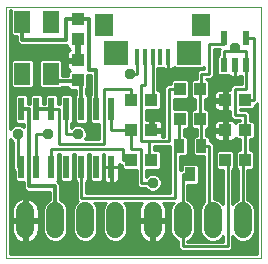
<source format=gtl>
G75*
%MOIN*%
%OFA0B0*%
%FSLAX25Y25*%
%IPPOS*%
%LPD*%
%AMOC8*
5,1,8,0,0,1.08239X$1,22.5*
%
%ADD10C,0.00000*%
%ADD11R,0.04331X0.03937*%
%ADD12R,0.03937X0.04331*%
%ADD13R,0.03543X0.04724*%
%ADD14R,0.02200X0.07800*%
%ADD15R,0.05512X0.07480*%
%ADD16R,0.02362X0.04724*%
%ADD17R,0.08268X0.07874*%
%ADD18R,0.06299X0.07480*%
%ADD19R,0.01575X0.05315*%
%ADD20C,0.06000*%
%ADD21C,0.01000*%
%ADD22C,0.03762*%
%ADD23C,0.01200*%
D10*
X0001644Y0008606D02*
X0001644Y0092317D01*
X0086644Y0092317D01*
X0086644Y0008606D01*
X0001644Y0008606D01*
D11*
X0043298Y0051106D03*
X0049991Y0051106D03*
X0074548Y0051106D03*
X0081241Y0051106D03*
X0081241Y0061106D03*
X0074548Y0061106D03*
D12*
X0066241Y0064856D03*
X0059548Y0064856D03*
X0049991Y0061106D03*
X0043298Y0061106D03*
X0059548Y0054856D03*
X0066241Y0054856D03*
X0074548Y0041106D03*
X0081241Y0041106D03*
X0049991Y0041106D03*
X0043298Y0041106D03*
X0025394Y0067759D03*
X0025394Y0074452D03*
X0025394Y0081509D03*
X0025394Y0088202D03*
D13*
X0059154Y0045830D03*
X0066634Y0045830D03*
X0062894Y0036381D03*
D14*
X0036644Y0038906D03*
X0031644Y0038906D03*
X0026644Y0038906D03*
X0021644Y0038906D03*
X0016644Y0038906D03*
X0011644Y0038906D03*
X0006644Y0038906D03*
X0006644Y0058306D03*
X0011644Y0058306D03*
X0016644Y0058306D03*
X0021644Y0058306D03*
X0026644Y0058306D03*
X0031644Y0058306D03*
X0036644Y0058306D03*
D15*
X0016369Y0069944D03*
X0006920Y0069944D03*
X0006920Y0087267D03*
X0016369Y0087267D03*
D16*
X0074154Y0081883D03*
X0081634Y0081883D03*
X0081634Y0072828D03*
X0077894Y0072828D03*
X0074154Y0072828D03*
D17*
X0062599Y0076854D03*
X0038189Y0076854D03*
D18*
X0034252Y0086106D03*
X0066536Y0086106D03*
D19*
X0055512Y0075574D03*
X0052953Y0075574D03*
X0050394Y0075574D03*
X0047835Y0075574D03*
X0045276Y0075574D03*
D20*
X0050394Y0024106D02*
X0050394Y0018106D01*
X0060394Y0018106D02*
X0060394Y0024106D01*
X0070394Y0024106D02*
X0070394Y0018106D01*
X0080394Y0018106D02*
X0080394Y0024106D01*
X0037894Y0024106D02*
X0037894Y0018106D01*
X0027894Y0018106D02*
X0027894Y0024106D01*
X0017894Y0024106D02*
X0017894Y0018106D01*
X0007894Y0018106D02*
X0007894Y0024106D01*
D21*
X0007394Y0024575D02*
X0008394Y0024575D01*
X0008394Y0025573D02*
X0007394Y0025573D01*
X0007394Y0026572D02*
X0008394Y0026572D01*
X0008394Y0027570D02*
X0007394Y0027570D01*
X0007394Y0028569D02*
X0008394Y0028569D01*
X0008394Y0028583D02*
X0008394Y0021606D01*
X0007394Y0021606D01*
X0007394Y0028583D01*
X0006840Y0028495D01*
X0006167Y0028276D01*
X0005536Y0027955D01*
X0004963Y0027538D01*
X0004462Y0027037D01*
X0004045Y0026464D01*
X0003724Y0025833D01*
X0003505Y0025160D01*
X0003394Y0024460D01*
X0003394Y0021606D01*
X0007394Y0021606D01*
X0007394Y0020606D01*
X0003394Y0020606D01*
X0003394Y0017752D01*
X0003505Y0017052D01*
X0003724Y0016378D01*
X0004045Y0015747D01*
X0004462Y0015174D01*
X0004963Y0014673D01*
X0005536Y0014257D01*
X0006167Y0013936D01*
X0006840Y0013717D01*
X0007394Y0013629D01*
X0007394Y0020606D01*
X0008394Y0020606D01*
X0008394Y0021606D01*
X0012394Y0021606D01*
X0012394Y0024460D01*
X0012283Y0025160D01*
X0012064Y0025833D01*
X0011743Y0026464D01*
X0011326Y0027037D01*
X0010826Y0027538D01*
X0010253Y0027955D01*
X0009621Y0028276D01*
X0008948Y0028495D01*
X0008394Y0028583D01*
X0008483Y0028569D02*
X0016194Y0028569D01*
X0016194Y0027840D02*
X0015572Y0027582D01*
X0014418Y0026428D01*
X0013794Y0024921D01*
X0013794Y0017290D01*
X0014418Y0015783D01*
X0015572Y0014630D01*
X0017079Y0014006D01*
X0018710Y0014006D01*
X0020217Y0014630D01*
X0021370Y0015783D01*
X0021994Y0017290D01*
X0021994Y0024921D01*
X0021370Y0026428D01*
X0020217Y0027582D01*
X0019594Y0027840D01*
X0019594Y0033060D01*
X0018598Y0034056D01*
X0018350Y0034056D01*
X0018844Y0034550D01*
X0018844Y0043256D01*
X0019444Y0043256D01*
X0019444Y0034550D01*
X0020088Y0033906D01*
X0023200Y0033906D01*
X0023844Y0034550D01*
X0023844Y0043256D01*
X0024444Y0043256D01*
X0024444Y0034550D01*
X0025044Y0033950D01*
X0025044Y0027943D01*
X0025489Y0027499D01*
X0024418Y0026428D01*
X0023794Y0024921D01*
X0023794Y0017290D01*
X0024418Y0015783D01*
X0025572Y0014630D01*
X0027079Y0014006D01*
X0028710Y0014006D01*
X0030217Y0014630D01*
X0031370Y0015783D01*
X0031994Y0017290D01*
X0031994Y0024921D01*
X0031370Y0026428D01*
X0030792Y0027006D01*
X0034996Y0027006D01*
X0034418Y0026428D01*
X0033794Y0024921D01*
X0033794Y0017290D01*
X0034418Y0015783D01*
X0035572Y0014630D01*
X0037079Y0014006D01*
X0038710Y0014006D01*
X0040217Y0014630D01*
X0041370Y0015783D01*
X0041994Y0017290D01*
X0041994Y0024921D01*
X0041370Y0026428D01*
X0040792Y0027006D01*
X0046939Y0027006D01*
X0046545Y0026464D01*
X0046224Y0025833D01*
X0046005Y0025160D01*
X0045894Y0024460D01*
X0045894Y0021606D01*
X0049894Y0021606D01*
X0049894Y0020606D01*
X0045894Y0020606D01*
X0045894Y0017752D01*
X0046005Y0017052D01*
X0046224Y0016378D01*
X0046545Y0015747D01*
X0046962Y0015174D01*
X0047463Y0014673D01*
X0048036Y0014257D01*
X0048667Y0013936D01*
X0049340Y0013717D01*
X0049894Y0013629D01*
X0049894Y0020606D01*
X0050894Y0020606D01*
X0050894Y0021606D01*
X0054894Y0021606D01*
X0054894Y0024460D01*
X0054783Y0025160D01*
X0054564Y0025833D01*
X0054243Y0026464D01*
X0053849Y0027006D01*
X0057496Y0027006D01*
X0056918Y0026428D01*
X0056294Y0024921D01*
X0056294Y0017290D01*
X0056918Y0015783D01*
X0058072Y0014630D01*
X0058794Y0014331D01*
X0058794Y0011693D01*
X0059731Y0010756D01*
X0076057Y0010756D01*
X0076994Y0011693D01*
X0076994Y0015708D01*
X0078072Y0014630D01*
X0079579Y0014006D01*
X0081210Y0014006D01*
X0082717Y0014630D01*
X0083870Y0015783D01*
X0084494Y0017290D01*
X0084494Y0024921D01*
X0083870Y0026428D01*
X0082717Y0027582D01*
X0081994Y0027881D01*
X0081994Y0037841D01*
X0083665Y0037841D01*
X0084309Y0038485D01*
X0084309Y0043727D01*
X0083665Y0044371D01*
X0082841Y0044371D01*
X0082841Y0048037D01*
X0083862Y0048037D01*
X0084506Y0048682D01*
X0084506Y0053530D01*
X0083862Y0054174D01*
X0082841Y0054174D01*
X0082841Y0056769D01*
X0081903Y0057706D01*
X0079494Y0057706D01*
X0079494Y0058037D01*
X0083862Y0058037D01*
X0084506Y0058682D01*
X0084506Y0059506D01*
X0084807Y0059506D01*
X0085344Y0060043D01*
X0085344Y0009906D01*
X0002944Y0009906D01*
X0002944Y0048090D01*
X0003705Y0047329D01*
X0003794Y0047292D01*
X0003794Y0038926D01*
X0003788Y0038272D01*
X0003794Y0038265D01*
X0003794Y0038256D01*
X0004257Y0037793D01*
X0004444Y0037602D01*
X0004444Y0034550D01*
X0005088Y0033906D01*
X0007444Y0033906D01*
X0007444Y0031652D01*
X0008440Y0030656D01*
X0016194Y0030656D01*
X0016194Y0027840D01*
X0015560Y0027570D02*
X0010782Y0027570D01*
X0011665Y0026572D02*
X0014562Y0026572D01*
X0014064Y0025573D02*
X0012149Y0025573D01*
X0012376Y0024575D02*
X0013794Y0024575D01*
X0013794Y0023576D02*
X0012394Y0023576D01*
X0012394Y0022578D02*
X0013794Y0022578D01*
X0013794Y0021579D02*
X0008394Y0021579D01*
X0008394Y0020606D02*
X0012394Y0020606D01*
X0012394Y0017752D01*
X0012283Y0017052D01*
X0012064Y0016378D01*
X0011743Y0015747D01*
X0011326Y0015174D01*
X0010826Y0014673D01*
X0010253Y0014257D01*
X0009621Y0013936D01*
X0008948Y0013717D01*
X0008394Y0013629D01*
X0008394Y0020606D01*
X0008394Y0020581D02*
X0007394Y0020581D01*
X0007394Y0021579D02*
X0002944Y0021579D01*
X0002944Y0020581D02*
X0003394Y0020581D01*
X0003394Y0019582D02*
X0002944Y0019582D01*
X0002944Y0018584D02*
X0003394Y0018584D01*
X0003420Y0017585D02*
X0002944Y0017585D01*
X0002944Y0016587D02*
X0003656Y0016587D01*
X0004161Y0015588D02*
X0002944Y0015588D01*
X0002944Y0014590D02*
X0005078Y0014590D01*
X0007394Y0014590D02*
X0008394Y0014590D01*
X0008394Y0015588D02*
X0007394Y0015588D01*
X0007394Y0016587D02*
X0008394Y0016587D01*
X0008394Y0017585D02*
X0007394Y0017585D01*
X0007394Y0018584D02*
X0008394Y0018584D01*
X0008394Y0019582D02*
X0007394Y0019582D01*
X0007394Y0022578D02*
X0008394Y0022578D01*
X0008394Y0023576D02*
X0007394Y0023576D01*
X0003394Y0023576D02*
X0002944Y0023576D01*
X0002944Y0024575D02*
X0003412Y0024575D01*
X0003639Y0025573D02*
X0002944Y0025573D01*
X0002944Y0026572D02*
X0004123Y0026572D01*
X0005006Y0027570D02*
X0002944Y0027570D01*
X0002944Y0028569D02*
X0007305Y0028569D01*
X0007532Y0031564D02*
X0002944Y0031564D01*
X0002944Y0030566D02*
X0016194Y0030566D01*
X0016194Y0029567D02*
X0002944Y0029567D01*
X0002944Y0032563D02*
X0007444Y0032563D01*
X0007444Y0033561D02*
X0002944Y0033561D01*
X0002944Y0034560D02*
X0004444Y0034560D01*
X0004444Y0035558D02*
X0002944Y0035558D01*
X0002944Y0036557D02*
X0004444Y0036557D01*
X0004444Y0037555D02*
X0002944Y0037555D01*
X0002944Y0038554D02*
X0003790Y0038554D01*
X0003794Y0039552D02*
X0002944Y0039552D01*
X0002944Y0040551D02*
X0003794Y0040551D01*
X0003794Y0041549D02*
X0002944Y0041549D01*
X0002944Y0042548D02*
X0003794Y0042548D01*
X0003794Y0043546D02*
X0002944Y0043546D01*
X0002944Y0044545D02*
X0003794Y0044545D01*
X0003794Y0045543D02*
X0002944Y0045543D01*
X0002944Y0046542D02*
X0003794Y0046542D01*
X0003494Y0047540D02*
X0002944Y0047540D01*
X0005394Y0049856D02*
X0005394Y0038918D01*
X0006644Y0038906D01*
X0011644Y0038906D02*
X0011644Y0049856D01*
X0015394Y0049856D01*
X0019144Y0046606D02*
X0019144Y0058306D01*
X0016644Y0058306D01*
X0018844Y0059906D02*
X0018844Y0062662D01*
X0018200Y0063306D01*
X0015088Y0063306D01*
X0014444Y0062662D01*
X0014444Y0060006D01*
X0013844Y0060006D01*
X0013844Y0062662D01*
X0013200Y0063306D01*
X0010088Y0063306D01*
X0009444Y0062662D01*
X0009444Y0060006D01*
X0008844Y0060006D01*
X0008844Y0062662D01*
X0008200Y0063306D01*
X0005088Y0063306D01*
X0004444Y0062662D01*
X0004444Y0053950D01*
X0005088Y0053306D01*
X0007444Y0053306D01*
X0007444Y0052022D01*
X0007083Y0052383D01*
X0005987Y0052837D01*
X0004801Y0052837D01*
X0003705Y0052383D01*
X0002944Y0051622D01*
X0002944Y0091017D01*
X0003064Y0091017D01*
X0003064Y0083072D01*
X0003708Y0082427D01*
X0005220Y0082427D01*
X0005220Y0080402D01*
X0006216Y0079406D01*
X0021926Y0079406D01*
X0021926Y0079147D01*
X0022028Y0078765D01*
X0022225Y0078423D01*
X0022505Y0078144D01*
X0022787Y0077981D01*
X0022505Y0077818D01*
X0022225Y0077539D01*
X0022028Y0077197D01*
X0021926Y0076815D01*
X0021926Y0074937D01*
X0024910Y0074937D01*
X0024910Y0078118D01*
X0024910Y0081025D01*
X0025878Y0081025D01*
X0025878Y0074937D01*
X0024910Y0074937D01*
X0024910Y0073968D01*
X0021926Y0073968D01*
X0021926Y0072090D01*
X0022028Y0071708D01*
X0022225Y0071366D01*
X0022505Y0071087D01*
X0022839Y0070894D01*
X0022326Y0070380D01*
X0022326Y0069056D01*
X0020224Y0069056D01*
X0020224Y0074140D01*
X0019580Y0074785D01*
X0013157Y0074785D01*
X0012513Y0074140D01*
X0012513Y0065749D01*
X0013157Y0065104D01*
X0019580Y0065104D01*
X0020132Y0065656D01*
X0022326Y0065656D01*
X0022326Y0065138D01*
X0022970Y0064494D01*
X0024944Y0064494D01*
X0024944Y0063162D01*
X0024444Y0062662D01*
X0024444Y0053950D01*
X0025088Y0053306D01*
X0028200Y0053306D01*
X0028844Y0053950D01*
X0028844Y0062662D01*
X0028344Y0063162D01*
X0028344Y0065020D01*
X0028463Y0065138D01*
X0028463Y0069406D01*
X0029944Y0069406D01*
X0029944Y0063162D01*
X0029444Y0062662D01*
X0029444Y0053950D01*
X0030088Y0053306D01*
X0032544Y0053306D01*
X0032544Y0048206D01*
X0027937Y0048206D01*
X0028375Y0049263D01*
X0028375Y0050449D01*
X0027921Y0051545D01*
X0027083Y0052383D01*
X0025987Y0052837D01*
X0024801Y0052837D01*
X0023705Y0052383D01*
X0023244Y0051922D01*
X0023244Y0053350D01*
X0023844Y0053950D01*
X0023844Y0062662D01*
X0023200Y0063306D01*
X0020088Y0063306D01*
X0019444Y0062662D01*
X0019444Y0059906D01*
X0018844Y0059906D01*
X0018844Y0060521D02*
X0019444Y0060521D01*
X0019444Y0061520D02*
X0018844Y0061520D01*
X0018844Y0062518D02*
X0019444Y0062518D01*
X0019989Y0065514D02*
X0022326Y0065514D01*
X0022949Y0064515D02*
X0002944Y0064515D01*
X0003708Y0065104D02*
X0010131Y0065104D01*
X0010776Y0065749D01*
X0010776Y0074140D01*
X0010131Y0074785D01*
X0003708Y0074785D01*
X0003064Y0074140D01*
X0003064Y0065749D01*
X0003708Y0065104D01*
X0003299Y0065514D02*
X0002944Y0065514D01*
X0002944Y0066512D02*
X0003064Y0066512D01*
X0003064Y0067511D02*
X0002944Y0067511D01*
X0002944Y0068509D02*
X0003064Y0068509D01*
X0003064Y0069508D02*
X0002944Y0069508D01*
X0002944Y0070506D02*
X0003064Y0070506D01*
X0003064Y0071505D02*
X0002944Y0071505D01*
X0002944Y0072503D02*
X0003064Y0072503D01*
X0003064Y0073502D02*
X0002944Y0073502D01*
X0002944Y0074500D02*
X0003424Y0074500D01*
X0002944Y0075499D02*
X0021926Y0075499D01*
X0021926Y0076497D02*
X0002944Y0076497D01*
X0002944Y0077496D02*
X0022200Y0077496D01*
X0022184Y0078494D02*
X0002944Y0078494D01*
X0002944Y0079493D02*
X0006129Y0079493D01*
X0005220Y0080491D02*
X0002944Y0080491D01*
X0002944Y0081490D02*
X0005220Y0081490D01*
X0003647Y0082488D02*
X0002944Y0082488D01*
X0002944Y0083487D02*
X0003064Y0083487D01*
X0003064Y0084485D02*
X0002944Y0084485D01*
X0002944Y0085484D02*
X0003064Y0085484D01*
X0003064Y0086482D02*
X0002944Y0086482D01*
X0002944Y0087481D02*
X0003064Y0087481D01*
X0003064Y0088479D02*
X0002944Y0088479D01*
X0002944Y0089478D02*
X0003064Y0089478D01*
X0003064Y0090476D02*
X0002944Y0090476D01*
X0010416Y0074500D02*
X0012873Y0074500D01*
X0012513Y0073502D02*
X0010776Y0073502D01*
X0010776Y0072503D02*
X0012513Y0072503D01*
X0012513Y0071505D02*
X0010776Y0071505D01*
X0010776Y0070506D02*
X0012513Y0070506D01*
X0012513Y0069508D02*
X0010776Y0069508D01*
X0010776Y0068509D02*
X0012513Y0068509D01*
X0012513Y0067511D02*
X0010776Y0067511D01*
X0010776Y0066512D02*
X0012513Y0066512D01*
X0012748Y0065514D02*
X0010541Y0065514D01*
X0009444Y0062518D02*
X0008844Y0062518D01*
X0008844Y0061520D02*
X0009444Y0061520D01*
X0009444Y0060521D02*
X0008844Y0060521D01*
X0013844Y0060521D02*
X0014444Y0060521D01*
X0014444Y0061520D02*
X0013844Y0061520D01*
X0013844Y0062518D02*
X0014444Y0062518D01*
X0021644Y0058306D02*
X0021644Y0049856D01*
X0025394Y0049856D01*
X0028075Y0048539D02*
X0032544Y0048539D01*
X0032544Y0049537D02*
X0028375Y0049537D01*
X0028339Y0050536D02*
X0032544Y0050536D01*
X0032544Y0051534D02*
X0027926Y0051534D01*
X0026721Y0052533D02*
X0032544Y0052533D01*
X0029863Y0053531D02*
X0028425Y0053531D01*
X0028844Y0054530D02*
X0029444Y0054530D01*
X0029444Y0055528D02*
X0028844Y0055528D01*
X0028844Y0056527D02*
X0029444Y0056527D01*
X0029444Y0057526D02*
X0028844Y0057526D01*
X0028844Y0058524D02*
X0029444Y0058524D01*
X0029444Y0059523D02*
X0028844Y0059523D01*
X0028844Y0060521D02*
X0029444Y0060521D01*
X0029444Y0061520D02*
X0028844Y0061520D01*
X0028844Y0062518D02*
X0029444Y0062518D01*
X0029944Y0063517D02*
X0028344Y0063517D01*
X0028344Y0064515D02*
X0029944Y0064515D01*
X0029944Y0065514D02*
X0028463Y0065514D01*
X0028463Y0066512D02*
X0029944Y0066512D01*
X0029944Y0067511D02*
X0028463Y0067511D01*
X0028463Y0068509D02*
X0029944Y0068509D01*
X0034144Y0064856D02*
X0034144Y0046606D01*
X0019144Y0046606D01*
X0016644Y0044856D02*
X0016644Y0038906D01*
X0018844Y0038554D02*
X0019444Y0038554D01*
X0019444Y0039552D02*
X0018844Y0039552D01*
X0018844Y0040551D02*
X0019444Y0040551D01*
X0019444Y0041549D02*
X0018844Y0041549D01*
X0018844Y0042548D02*
X0019444Y0042548D01*
X0016644Y0044856D02*
X0040394Y0044856D01*
X0040394Y0042356D01*
X0040394Y0041106D01*
X0043298Y0041106D01*
X0040229Y0039506D02*
X0040229Y0038485D01*
X0040873Y0037841D01*
X0045044Y0037841D01*
X0045044Y0032943D01*
X0045981Y0032006D01*
X0047830Y0032006D01*
X0047867Y0031917D01*
X0048705Y0031079D01*
X0049801Y0030625D01*
X0050987Y0030625D01*
X0052083Y0031079D01*
X0052921Y0031917D01*
X0053375Y0033013D01*
X0053375Y0034199D01*
X0052921Y0035295D01*
X0052083Y0036133D01*
X0050987Y0036587D01*
X0049801Y0036587D01*
X0048705Y0036133D01*
X0048244Y0035672D01*
X0048244Y0037841D01*
X0052415Y0037841D01*
X0053059Y0038485D01*
X0053059Y0043727D01*
X0052415Y0044371D01*
X0050744Y0044371D01*
X0050744Y0045756D01*
X0056282Y0045756D01*
X0056282Y0043012D01*
X0056294Y0043001D01*
X0056294Y0030206D01*
X0028244Y0030206D01*
X0028244Y0033950D01*
X0028844Y0034550D01*
X0028844Y0043256D01*
X0029444Y0043256D01*
X0029444Y0034550D01*
X0030088Y0033906D01*
X0033200Y0033906D01*
X0033844Y0034550D01*
X0033844Y0043256D01*
X0034112Y0043256D01*
X0034044Y0043003D01*
X0034044Y0038956D01*
X0036594Y0038956D01*
X0036594Y0038856D01*
X0034044Y0038856D01*
X0034044Y0034808D01*
X0034146Y0034427D01*
X0034344Y0034085D01*
X0034623Y0033806D01*
X0034965Y0033608D01*
X0035347Y0033506D01*
X0036594Y0033506D01*
X0036594Y0038856D01*
X0036694Y0038856D01*
X0036694Y0038956D01*
X0039244Y0038956D01*
X0039244Y0039993D01*
X0039731Y0039506D01*
X0040229Y0039506D01*
X0039685Y0039552D02*
X0039244Y0039552D01*
X0039244Y0038856D02*
X0036694Y0038856D01*
X0036694Y0033506D01*
X0037942Y0033506D01*
X0038323Y0033608D01*
X0038665Y0033806D01*
X0038944Y0034085D01*
X0039142Y0034427D01*
X0039244Y0034808D01*
X0039244Y0038856D01*
X0039244Y0038554D02*
X0040229Y0038554D01*
X0039244Y0037555D02*
X0045044Y0037555D01*
X0045044Y0036557D02*
X0039244Y0036557D01*
X0039244Y0035558D02*
X0045044Y0035558D01*
X0045044Y0034560D02*
X0039177Y0034560D01*
X0038148Y0033561D02*
X0045044Y0033561D01*
X0045425Y0032563D02*
X0028244Y0032563D01*
X0028244Y0033561D02*
X0035140Y0033561D01*
X0034111Y0034560D02*
X0033844Y0034560D01*
X0033844Y0035558D02*
X0034044Y0035558D01*
X0034044Y0036557D02*
X0033844Y0036557D01*
X0033844Y0037555D02*
X0034044Y0037555D01*
X0034044Y0038554D02*
X0033844Y0038554D01*
X0033844Y0039552D02*
X0034044Y0039552D01*
X0034044Y0040551D02*
X0033844Y0040551D01*
X0033844Y0041549D02*
X0034044Y0041549D01*
X0034044Y0042548D02*
X0033844Y0042548D01*
X0029444Y0042548D02*
X0028844Y0042548D01*
X0028844Y0041549D02*
X0029444Y0041549D01*
X0029444Y0040551D02*
X0028844Y0040551D01*
X0028844Y0039552D02*
X0029444Y0039552D01*
X0029444Y0038554D02*
X0028844Y0038554D01*
X0028844Y0037555D02*
X0029444Y0037555D01*
X0029444Y0036557D02*
X0028844Y0036557D01*
X0028844Y0035558D02*
X0029444Y0035558D01*
X0029444Y0034560D02*
X0028844Y0034560D01*
X0028244Y0031564D02*
X0048220Y0031564D01*
X0046644Y0033606D02*
X0050394Y0033606D01*
X0052568Y0031564D02*
X0056294Y0031564D01*
X0056294Y0030566D02*
X0028244Y0030566D01*
X0026644Y0028606D02*
X0026644Y0038906D01*
X0024444Y0038554D02*
X0023844Y0038554D01*
X0023844Y0039552D02*
X0024444Y0039552D01*
X0024444Y0040551D02*
X0023844Y0040551D01*
X0023844Y0041549D02*
X0024444Y0041549D01*
X0024444Y0042548D02*
X0023844Y0042548D01*
X0023844Y0037555D02*
X0024444Y0037555D01*
X0024444Y0036557D02*
X0023844Y0036557D01*
X0023844Y0035558D02*
X0024444Y0035558D01*
X0024444Y0034560D02*
X0023844Y0034560D01*
X0025044Y0033561D02*
X0019093Y0033561D01*
X0018844Y0034560D02*
X0019444Y0034560D01*
X0019444Y0035558D02*
X0018844Y0035558D01*
X0018844Y0036557D02*
X0019444Y0036557D01*
X0019444Y0037555D02*
X0018844Y0037555D01*
X0019594Y0032563D02*
X0025044Y0032563D01*
X0025044Y0031564D02*
X0019594Y0031564D01*
X0019594Y0030566D02*
X0025044Y0030566D01*
X0025044Y0029567D02*
X0019594Y0029567D01*
X0019594Y0028569D02*
X0025044Y0028569D01*
X0025417Y0027570D02*
X0020228Y0027570D01*
X0021227Y0026572D02*
X0024562Y0026572D01*
X0024064Y0025573D02*
X0021724Y0025573D01*
X0021994Y0024575D02*
X0023794Y0024575D01*
X0023794Y0023576D02*
X0021994Y0023576D01*
X0021994Y0022578D02*
X0023794Y0022578D01*
X0023794Y0021579D02*
X0021994Y0021579D01*
X0021994Y0020581D02*
X0023794Y0020581D01*
X0023794Y0019582D02*
X0021994Y0019582D01*
X0021994Y0018584D02*
X0023794Y0018584D01*
X0023794Y0017585D02*
X0021994Y0017585D01*
X0021703Y0016587D02*
X0024086Y0016587D01*
X0024614Y0015588D02*
X0021174Y0015588D01*
X0020119Y0014590D02*
X0025670Y0014590D01*
X0030119Y0014590D02*
X0035670Y0014590D01*
X0034614Y0015588D02*
X0031174Y0015588D01*
X0031703Y0016587D02*
X0034086Y0016587D01*
X0033794Y0017585D02*
X0031994Y0017585D01*
X0031994Y0018584D02*
X0033794Y0018584D01*
X0033794Y0019582D02*
X0031994Y0019582D01*
X0031994Y0020581D02*
X0033794Y0020581D01*
X0033794Y0021579D02*
X0031994Y0021579D01*
X0031994Y0022578D02*
X0033794Y0022578D01*
X0033794Y0023576D02*
X0031994Y0023576D01*
X0031994Y0024575D02*
X0033794Y0024575D01*
X0034064Y0025573D02*
X0031724Y0025573D01*
X0031227Y0026572D02*
X0034562Y0026572D01*
X0036644Y0032356D02*
X0041644Y0032356D01*
X0046644Y0033606D02*
X0046644Y0044856D01*
X0043298Y0044856D01*
X0043298Y0051106D01*
X0036644Y0051106D01*
X0036644Y0058306D01*
X0043298Y0061106D02*
X0043298Y0064856D01*
X0034144Y0064856D01*
X0042894Y0069856D02*
X0045276Y0069856D01*
X0045276Y0075574D01*
X0047835Y0075574D02*
X0047835Y0066106D01*
X0046644Y0066106D01*
X0046644Y0047356D01*
X0049144Y0047356D01*
X0055863Y0047356D01*
X0055863Y0064856D01*
X0059548Y0064856D01*
X0062616Y0064515D02*
X0063172Y0064515D01*
X0063172Y0063517D02*
X0062616Y0063517D01*
X0062616Y0062518D02*
X0063172Y0062518D01*
X0063172Y0062235D02*
X0063816Y0061591D01*
X0064641Y0061591D01*
X0064641Y0058121D01*
X0063816Y0058121D01*
X0063172Y0057477D01*
X0063172Y0052235D01*
X0063816Y0051591D01*
X0065034Y0051591D01*
X0065034Y0049293D01*
X0064407Y0049293D01*
X0063763Y0048648D01*
X0063763Y0043012D01*
X0064407Y0042368D01*
X0067544Y0042368D01*
X0067544Y0027054D01*
X0066918Y0026428D01*
X0066294Y0024921D01*
X0066294Y0017290D01*
X0066918Y0015783D01*
X0068072Y0014630D01*
X0069579Y0014006D01*
X0071210Y0014006D01*
X0072717Y0014630D01*
X0073794Y0015708D01*
X0073794Y0013956D01*
X0061994Y0013956D01*
X0061994Y0014331D01*
X0062717Y0014630D01*
X0063870Y0015783D01*
X0064494Y0017290D01*
X0064494Y0024921D01*
X0063870Y0026428D01*
X0062717Y0027582D01*
X0061994Y0027881D01*
X0061994Y0032919D01*
X0065121Y0032919D01*
X0065766Y0033564D01*
X0065766Y0039199D01*
X0065121Y0039844D01*
X0060667Y0039844D01*
X0060022Y0039199D01*
X0060022Y0037981D01*
X0059731Y0037981D01*
X0059494Y0037744D01*
X0059494Y0042368D01*
X0061381Y0042368D01*
X0062026Y0043012D01*
X0062026Y0048648D01*
X0061381Y0049293D01*
X0060754Y0049293D01*
X0060754Y0051591D01*
X0061972Y0051591D01*
X0062616Y0052235D01*
X0062616Y0057477D01*
X0061972Y0058121D01*
X0057463Y0058121D01*
X0057463Y0061591D01*
X0061972Y0061591D01*
X0062616Y0062235D01*
X0062616Y0067477D01*
X0061972Y0068121D01*
X0057123Y0068121D01*
X0056479Y0067477D01*
X0056479Y0066456D01*
X0055200Y0066456D01*
X0054263Y0065519D01*
X0054263Y0048956D01*
X0053656Y0048956D01*
X0053656Y0050622D01*
X0050475Y0050622D01*
X0050475Y0051590D01*
X0053656Y0051590D01*
X0053656Y0053272D01*
X0053554Y0053653D01*
X0053356Y0053995D01*
X0053077Y0054275D01*
X0052735Y0054472D01*
X0052353Y0054574D01*
X0050475Y0054574D01*
X0050475Y0051590D01*
X0049506Y0051590D01*
X0049506Y0054574D01*
X0048244Y0054574D01*
X0048244Y0057841D01*
X0052415Y0057841D01*
X0053059Y0058485D01*
X0053059Y0063727D01*
X0052415Y0064371D01*
X0051994Y0064371D01*
X0051994Y0071817D01*
X0053703Y0071817D01*
X0053804Y0071717D01*
X0054146Y0071519D01*
X0054527Y0071417D01*
X0055512Y0071417D01*
X0055512Y0075574D01*
X0055512Y0075574D01*
X0055512Y0071417D01*
X0056497Y0071417D01*
X0056879Y0071519D01*
X0057221Y0071717D01*
X0057500Y0071996D01*
X0057621Y0072205D01*
X0058009Y0071817D01*
X0067188Y0071817D01*
X0067544Y0072173D01*
X0067544Y0071456D01*
X0065981Y0071456D01*
X0065044Y0070519D01*
X0065044Y0068121D01*
X0063816Y0068121D01*
X0063172Y0067477D01*
X0063172Y0062235D01*
X0064641Y0061520D02*
X0057463Y0061520D01*
X0057463Y0060521D02*
X0064641Y0060521D01*
X0064641Y0059523D02*
X0057463Y0059523D01*
X0057463Y0058524D02*
X0064641Y0058524D01*
X0063221Y0057526D02*
X0062568Y0057526D01*
X0062616Y0056527D02*
X0063172Y0056527D01*
X0063172Y0055528D02*
X0062616Y0055528D01*
X0062616Y0054530D02*
X0063172Y0054530D01*
X0063172Y0053531D02*
X0062616Y0053531D01*
X0062616Y0052533D02*
X0063172Y0052533D01*
X0065034Y0051534D02*
X0060754Y0051534D01*
X0060754Y0050536D02*
X0065034Y0050536D01*
X0065034Y0049537D02*
X0060754Y0049537D01*
X0062026Y0048539D02*
X0063763Y0048539D01*
X0063763Y0047540D02*
X0062026Y0047540D01*
X0062026Y0046542D02*
X0063763Y0046542D01*
X0063763Y0045543D02*
X0062026Y0045543D01*
X0062026Y0044545D02*
X0063763Y0044545D01*
X0063763Y0043546D02*
X0062026Y0043546D01*
X0061561Y0042548D02*
X0064227Y0042548D01*
X0065413Y0039552D02*
X0067544Y0039552D01*
X0067544Y0038554D02*
X0065766Y0038554D01*
X0065766Y0037555D02*
X0067544Y0037555D01*
X0067544Y0036557D02*
X0065766Y0036557D01*
X0065766Y0035558D02*
X0067544Y0035558D01*
X0067544Y0034560D02*
X0065766Y0034560D01*
X0065763Y0033561D02*
X0067544Y0033561D01*
X0067544Y0032563D02*
X0061994Y0032563D01*
X0061994Y0031564D02*
X0067544Y0031564D01*
X0067544Y0030566D02*
X0061994Y0030566D01*
X0061994Y0029567D02*
X0067544Y0029567D01*
X0067544Y0028569D02*
X0061994Y0028569D01*
X0062728Y0027570D02*
X0067544Y0027570D01*
X0067062Y0026572D02*
X0063727Y0026572D01*
X0064224Y0025573D02*
X0066564Y0025573D01*
X0066294Y0024575D02*
X0064494Y0024575D01*
X0064494Y0023576D02*
X0066294Y0023576D01*
X0066294Y0022578D02*
X0064494Y0022578D01*
X0064494Y0021579D02*
X0066294Y0021579D01*
X0066294Y0020581D02*
X0064494Y0020581D01*
X0064494Y0019582D02*
X0066294Y0019582D01*
X0066294Y0018584D02*
X0064494Y0018584D01*
X0064494Y0017585D02*
X0066294Y0017585D01*
X0066586Y0016587D02*
X0064203Y0016587D01*
X0063674Y0015588D02*
X0067114Y0015588D01*
X0068170Y0014590D02*
X0062619Y0014590D01*
X0060394Y0012356D02*
X0060394Y0021106D01*
X0060394Y0036381D01*
X0062894Y0036381D01*
X0060022Y0038554D02*
X0059494Y0038554D01*
X0059494Y0039552D02*
X0060375Y0039552D01*
X0059494Y0040551D02*
X0067544Y0040551D01*
X0067544Y0041549D02*
X0059494Y0041549D01*
X0056294Y0041549D02*
X0053059Y0041549D01*
X0053059Y0040551D02*
X0056294Y0040551D01*
X0056294Y0039552D02*
X0053059Y0039552D01*
X0053059Y0038554D02*
X0056294Y0038554D01*
X0056294Y0037555D02*
X0048244Y0037555D01*
X0048244Y0036557D02*
X0049728Y0036557D01*
X0051060Y0036557D02*
X0056294Y0036557D01*
X0056294Y0035558D02*
X0052658Y0035558D01*
X0053226Y0034560D02*
X0056294Y0034560D01*
X0056294Y0033561D02*
X0053375Y0033561D01*
X0053189Y0032563D02*
X0056294Y0032563D01*
X0057894Y0028606D02*
X0026644Y0028606D01*
X0036644Y0032356D02*
X0036644Y0038906D01*
X0036594Y0038554D02*
X0036694Y0038554D01*
X0036694Y0037555D02*
X0036594Y0037555D01*
X0036594Y0036557D02*
X0036694Y0036557D01*
X0036694Y0035558D02*
X0036594Y0035558D01*
X0036594Y0034560D02*
X0036694Y0034560D01*
X0036694Y0033561D02*
X0036594Y0033561D01*
X0041227Y0026572D02*
X0046623Y0026572D01*
X0046139Y0025573D02*
X0041724Y0025573D01*
X0041994Y0024575D02*
X0045912Y0024575D01*
X0045894Y0023576D02*
X0041994Y0023576D01*
X0041994Y0022578D02*
X0045894Y0022578D01*
X0045894Y0020581D02*
X0041994Y0020581D01*
X0041994Y0021579D02*
X0049894Y0021579D01*
X0049894Y0020581D02*
X0050894Y0020581D01*
X0050894Y0020606D02*
X0050894Y0013629D01*
X0051448Y0013717D01*
X0052121Y0013936D01*
X0052753Y0014257D01*
X0053326Y0014673D01*
X0053826Y0015174D01*
X0054243Y0015747D01*
X0054564Y0016378D01*
X0054783Y0017052D01*
X0054894Y0017752D01*
X0054894Y0020606D01*
X0050894Y0020606D01*
X0050894Y0021579D02*
X0056294Y0021579D01*
X0056294Y0020581D02*
X0054894Y0020581D01*
X0054894Y0019582D02*
X0056294Y0019582D01*
X0056294Y0018584D02*
X0054894Y0018584D01*
X0054868Y0017585D02*
X0056294Y0017585D01*
X0056586Y0016587D02*
X0054632Y0016587D01*
X0054127Y0015588D02*
X0057114Y0015588D01*
X0058170Y0014590D02*
X0053210Y0014590D01*
X0050894Y0014590D02*
X0049894Y0014590D01*
X0049894Y0015588D02*
X0050894Y0015588D01*
X0050894Y0016587D02*
X0049894Y0016587D01*
X0049894Y0017585D02*
X0050894Y0017585D01*
X0050894Y0018584D02*
X0049894Y0018584D01*
X0049894Y0019582D02*
X0050894Y0019582D01*
X0054894Y0022578D02*
X0056294Y0022578D01*
X0056294Y0023576D02*
X0054894Y0023576D01*
X0054876Y0024575D02*
X0056294Y0024575D01*
X0056564Y0025573D02*
X0054649Y0025573D01*
X0054165Y0026572D02*
X0057062Y0026572D01*
X0057894Y0028606D02*
X0057894Y0045830D01*
X0059154Y0045830D01*
X0059154Y0053606D01*
X0059548Y0054856D01*
X0054263Y0054530D02*
X0052519Y0054530D01*
X0053586Y0053531D02*
X0054263Y0053531D01*
X0054263Y0052533D02*
X0053656Y0052533D01*
X0054263Y0051534D02*
X0050475Y0051534D01*
X0049991Y0051106D02*
X0053363Y0051106D01*
X0053363Y0067356D01*
X0055512Y0067356D01*
X0055512Y0075574D01*
X0055512Y0075499D02*
X0055512Y0075499D01*
X0055512Y0074500D02*
X0055512Y0074500D01*
X0055512Y0073502D02*
X0055512Y0073502D01*
X0055512Y0072503D02*
X0055512Y0072503D01*
X0055512Y0071505D02*
X0055512Y0071505D01*
X0056825Y0071505D02*
X0067544Y0071505D01*
X0066644Y0069856D02*
X0066644Y0064856D01*
X0066241Y0064856D01*
X0066241Y0054856D01*
X0066634Y0053606D01*
X0066634Y0045830D01*
X0069144Y0045830D01*
X0069144Y0023606D01*
X0070394Y0023606D01*
X0070394Y0021106D01*
X0073794Y0026504D02*
X0072717Y0027582D01*
X0071210Y0028206D01*
X0070744Y0028206D01*
X0070744Y0046493D01*
X0069807Y0047430D01*
X0069506Y0047430D01*
X0069506Y0048648D01*
X0068862Y0049293D01*
X0068234Y0049293D01*
X0068234Y0051591D01*
X0068665Y0051591D01*
X0069309Y0052235D01*
X0069309Y0057477D01*
X0068665Y0058121D01*
X0067841Y0058121D01*
X0067841Y0061591D01*
X0068665Y0061591D01*
X0069309Y0062235D01*
X0069309Y0067477D01*
X0068665Y0068121D01*
X0068244Y0068121D01*
X0068244Y0068256D01*
X0069807Y0068256D01*
X0070744Y0069193D01*
X0070744Y0078256D01*
X0072781Y0078256D01*
X0072544Y0078019D01*
X0072544Y0076291D01*
X0072517Y0076291D01*
X0071873Y0075646D01*
X0071873Y0070010D01*
X0072517Y0069366D01*
X0075692Y0069366D01*
X0075792Y0069266D01*
X0076134Y0069068D01*
X0076516Y0068966D01*
X0077804Y0068966D01*
X0077804Y0072738D01*
X0077985Y0072738D01*
X0077985Y0068966D01*
X0079273Y0068966D01*
X0079654Y0069068D01*
X0079996Y0069266D01*
X0080034Y0069304D01*
X0080034Y0066456D01*
X0077231Y0066456D01*
X0076294Y0065519D01*
X0076294Y0064574D01*
X0075032Y0064574D01*
X0075032Y0061590D01*
X0074063Y0061590D01*
X0074063Y0060622D01*
X0070882Y0060622D01*
X0070882Y0058940D01*
X0070985Y0058558D01*
X0071182Y0058216D01*
X0071461Y0057937D01*
X0071803Y0057740D01*
X0072185Y0057637D01*
X0074063Y0057637D01*
X0074063Y0060622D01*
X0075032Y0060622D01*
X0075032Y0057637D01*
X0076294Y0057637D01*
X0076294Y0055443D01*
X0077231Y0054506D01*
X0079641Y0054506D01*
X0079641Y0054174D01*
X0078620Y0054174D01*
X0078106Y0053661D01*
X0077913Y0053995D01*
X0077634Y0054275D01*
X0077292Y0054472D01*
X0076910Y0054574D01*
X0075032Y0054574D01*
X0075032Y0051590D01*
X0074063Y0051590D01*
X0074063Y0050622D01*
X0070882Y0050622D01*
X0070882Y0048940D01*
X0070985Y0048558D01*
X0071182Y0048216D01*
X0071461Y0047937D01*
X0071803Y0047740D01*
X0072185Y0047637D01*
X0074063Y0047637D01*
X0074063Y0050622D01*
X0075032Y0050622D01*
X0075032Y0047637D01*
X0076910Y0047637D01*
X0077292Y0047740D01*
X0077634Y0047937D01*
X0077913Y0048216D01*
X0078106Y0048551D01*
X0078620Y0048037D01*
X0079641Y0048037D01*
X0079641Y0044371D01*
X0078816Y0044371D01*
X0078172Y0043727D01*
X0078172Y0038485D01*
X0078794Y0037863D01*
X0078794Y0027881D01*
X0078072Y0027582D01*
X0076994Y0026504D01*
X0076994Y0037863D01*
X0077616Y0038485D01*
X0077616Y0043727D01*
X0076972Y0044371D01*
X0072123Y0044371D01*
X0071479Y0043727D01*
X0071479Y0038485D01*
X0072123Y0037841D01*
X0073794Y0037841D01*
X0073794Y0026504D01*
X0073794Y0026572D02*
X0073727Y0026572D01*
X0073794Y0027570D02*
X0072728Y0027570D01*
X0073794Y0028569D02*
X0070744Y0028569D01*
X0070744Y0029567D02*
X0073794Y0029567D01*
X0073794Y0030566D02*
X0070744Y0030566D01*
X0070744Y0031564D02*
X0073794Y0031564D01*
X0073794Y0032563D02*
X0070744Y0032563D01*
X0070744Y0033561D02*
X0073794Y0033561D01*
X0073794Y0034560D02*
X0070744Y0034560D01*
X0070744Y0035558D02*
X0073794Y0035558D01*
X0073794Y0036557D02*
X0070744Y0036557D01*
X0070744Y0037555D02*
X0073794Y0037555D01*
X0071479Y0038554D02*
X0070744Y0038554D01*
X0070744Y0039552D02*
X0071479Y0039552D01*
X0071479Y0040551D02*
X0070744Y0040551D01*
X0070744Y0041549D02*
X0071479Y0041549D01*
X0071479Y0042548D02*
X0070744Y0042548D01*
X0070744Y0043546D02*
X0071479Y0043546D01*
X0070744Y0044545D02*
X0079641Y0044545D01*
X0079641Y0045543D02*
X0070744Y0045543D01*
X0070695Y0046542D02*
X0079641Y0046542D01*
X0079641Y0047540D02*
X0069506Y0047540D01*
X0069506Y0048539D02*
X0070996Y0048539D01*
X0070882Y0049537D02*
X0068234Y0049537D01*
X0068234Y0050536D02*
X0070882Y0050536D01*
X0070882Y0051590D02*
X0074063Y0051590D01*
X0074063Y0054574D01*
X0072185Y0054574D01*
X0071803Y0054472D01*
X0071461Y0054275D01*
X0071182Y0053995D01*
X0070985Y0053653D01*
X0070882Y0053272D01*
X0070882Y0051590D01*
X0070882Y0052533D02*
X0069309Y0052533D01*
X0069309Y0053531D02*
X0070952Y0053531D01*
X0072019Y0054530D02*
X0069309Y0054530D01*
X0069309Y0055528D02*
X0076294Y0055528D01*
X0076294Y0056527D02*
X0069309Y0056527D01*
X0069260Y0057526D02*
X0076294Y0057526D01*
X0075032Y0058524D02*
X0074063Y0058524D01*
X0074063Y0059523D02*
X0075032Y0059523D01*
X0075032Y0060521D02*
X0074063Y0060521D01*
X0074548Y0061106D02*
X0074548Y0051106D01*
X0074063Y0051534D02*
X0068234Y0051534D01*
X0074063Y0050536D02*
X0075032Y0050536D01*
X0075032Y0049537D02*
X0074063Y0049537D01*
X0074063Y0048539D02*
X0075032Y0048539D01*
X0078099Y0048539D02*
X0078118Y0048539D01*
X0081241Y0051106D02*
X0081241Y0056106D01*
X0077894Y0056106D01*
X0077894Y0064856D01*
X0081634Y0064856D01*
X0081634Y0072828D01*
X0081634Y0077356D01*
X0077894Y0077356D01*
X0077894Y0078606D01*
X0077894Y0077356D02*
X0074144Y0077356D01*
X0074144Y0072828D01*
X0074154Y0072828D01*
X0071873Y0072503D02*
X0070744Y0072503D01*
X0070744Y0071505D02*
X0071873Y0071505D01*
X0071873Y0070506D02*
X0070744Y0070506D01*
X0070744Y0069508D02*
X0072376Y0069508D01*
X0070060Y0068509D02*
X0080034Y0068509D01*
X0080034Y0067511D02*
X0069275Y0067511D01*
X0069309Y0066512D02*
X0080034Y0066512D01*
X0077894Y0067356D02*
X0074548Y0067356D01*
X0074548Y0061106D01*
X0074063Y0061520D02*
X0067841Y0061520D01*
X0067841Y0060521D02*
X0070882Y0060521D01*
X0070882Y0059523D02*
X0067841Y0059523D01*
X0067841Y0058524D02*
X0071004Y0058524D01*
X0070882Y0061590D02*
X0074063Y0061590D01*
X0074063Y0064574D01*
X0072185Y0064574D01*
X0071803Y0064472D01*
X0071461Y0064275D01*
X0071182Y0063995D01*
X0070985Y0063653D01*
X0070882Y0063272D01*
X0070882Y0061590D01*
X0070882Y0062518D02*
X0069309Y0062518D01*
X0069309Y0063517D02*
X0070948Y0063517D01*
X0071963Y0064515D02*
X0069309Y0064515D01*
X0069309Y0065514D02*
X0076294Y0065514D01*
X0075032Y0064515D02*
X0074063Y0064515D01*
X0074063Y0063517D02*
X0075032Y0063517D01*
X0075032Y0062518D02*
X0074063Y0062518D01*
X0077894Y0067356D02*
X0077894Y0072828D01*
X0077804Y0072503D02*
X0077985Y0072503D01*
X0077985Y0071505D02*
X0077804Y0071505D01*
X0077804Y0070506D02*
X0077985Y0070506D01*
X0077985Y0069508D02*
X0077804Y0069508D01*
X0081634Y0072828D02*
X0081644Y0072828D01*
X0072544Y0076497D02*
X0070744Y0076497D01*
X0070744Y0075499D02*
X0071873Y0075499D01*
X0071873Y0074500D02*
X0070744Y0074500D01*
X0070744Y0073502D02*
X0071873Y0073502D01*
X0069144Y0069856D02*
X0066644Y0069856D01*
X0065044Y0069508D02*
X0051994Y0069508D01*
X0051994Y0070506D02*
X0065044Y0070506D01*
X0065044Y0068509D02*
X0051994Y0068509D01*
X0051994Y0067511D02*
X0056513Y0067511D01*
X0056479Y0066512D02*
X0051994Y0066512D01*
X0051994Y0065514D02*
X0054263Y0065514D01*
X0054263Y0064515D02*
X0051994Y0064515D01*
X0053059Y0063517D02*
X0054263Y0063517D01*
X0054263Y0062518D02*
X0053059Y0062518D01*
X0053059Y0061520D02*
X0054263Y0061520D01*
X0054263Y0060521D02*
X0053059Y0060521D01*
X0053059Y0059523D02*
X0054263Y0059523D01*
X0054263Y0058524D02*
X0053059Y0058524D01*
X0054263Y0057526D02*
X0048244Y0057526D01*
X0048244Y0056527D02*
X0054263Y0056527D01*
X0054263Y0055528D02*
X0048244Y0055528D01*
X0049506Y0054530D02*
X0050475Y0054530D01*
X0050475Y0053531D02*
X0049506Y0053531D01*
X0049506Y0052533D02*
X0050475Y0052533D01*
X0053656Y0050536D02*
X0054263Y0050536D01*
X0054263Y0049537D02*
X0053656Y0049537D01*
X0056282Y0045543D02*
X0050744Y0045543D01*
X0050744Y0044545D02*
X0056282Y0044545D01*
X0056282Y0043546D02*
X0053059Y0043546D01*
X0053059Y0042548D02*
X0056294Y0042548D01*
X0049991Y0041106D02*
X0049144Y0041106D01*
X0049144Y0047356D01*
X0049991Y0061106D02*
X0050394Y0061106D01*
X0050394Y0075574D01*
X0051994Y0071505D02*
X0054200Y0071505D01*
X0062582Y0067511D02*
X0063206Y0067511D01*
X0063172Y0066512D02*
X0062616Y0066512D01*
X0062616Y0065514D02*
X0063172Y0065514D01*
X0069144Y0069856D02*
X0069144Y0079856D01*
X0074154Y0079856D01*
X0074154Y0081883D01*
X0072544Y0077496D02*
X0070744Y0077496D01*
X0081634Y0081883D02*
X0084144Y0081883D01*
X0084144Y0061106D01*
X0081241Y0061106D01*
X0084823Y0059523D02*
X0085344Y0059523D01*
X0085344Y0058524D02*
X0084348Y0058524D01*
X0085344Y0057526D02*
X0082084Y0057526D01*
X0082841Y0056527D02*
X0085344Y0056527D01*
X0085344Y0055528D02*
X0082841Y0055528D01*
X0082841Y0054530D02*
X0085344Y0054530D01*
X0085344Y0053531D02*
X0084504Y0053531D01*
X0084506Y0052533D02*
X0085344Y0052533D01*
X0085344Y0051534D02*
X0084506Y0051534D01*
X0084506Y0050536D02*
X0085344Y0050536D01*
X0085344Y0049537D02*
X0084506Y0049537D01*
X0084363Y0048539D02*
X0085344Y0048539D01*
X0085344Y0047540D02*
X0082841Y0047540D01*
X0082841Y0046542D02*
X0085344Y0046542D01*
X0085344Y0045543D02*
X0082841Y0045543D01*
X0082841Y0044545D02*
X0085344Y0044545D01*
X0085344Y0043546D02*
X0084309Y0043546D01*
X0084309Y0042548D02*
X0085344Y0042548D01*
X0085344Y0041549D02*
X0084309Y0041549D01*
X0084309Y0040551D02*
X0085344Y0040551D01*
X0085344Y0039552D02*
X0084309Y0039552D01*
X0084309Y0038554D02*
X0085344Y0038554D01*
X0085344Y0037555D02*
X0081994Y0037555D01*
X0081994Y0036557D02*
X0085344Y0036557D01*
X0085344Y0035558D02*
X0081994Y0035558D01*
X0081994Y0034560D02*
X0085344Y0034560D01*
X0085344Y0033561D02*
X0081994Y0033561D01*
X0081994Y0032563D02*
X0085344Y0032563D01*
X0085344Y0031564D02*
X0081994Y0031564D01*
X0081994Y0030566D02*
X0085344Y0030566D01*
X0085344Y0029567D02*
X0081994Y0029567D01*
X0081994Y0028569D02*
X0085344Y0028569D01*
X0085344Y0027570D02*
X0082728Y0027570D01*
X0083727Y0026572D02*
X0085344Y0026572D01*
X0085344Y0025573D02*
X0084224Y0025573D01*
X0084494Y0024575D02*
X0085344Y0024575D01*
X0085344Y0023576D02*
X0084494Y0023576D01*
X0084494Y0022578D02*
X0085344Y0022578D01*
X0085344Y0021579D02*
X0084494Y0021579D01*
X0084494Y0020581D02*
X0085344Y0020581D01*
X0085344Y0019582D02*
X0084494Y0019582D01*
X0084494Y0018584D02*
X0085344Y0018584D01*
X0085344Y0017585D02*
X0084494Y0017585D01*
X0084203Y0016587D02*
X0085344Y0016587D01*
X0085344Y0015588D02*
X0083674Y0015588D01*
X0082619Y0014590D02*
X0085344Y0014590D01*
X0085344Y0013591D02*
X0076994Y0013591D01*
X0076994Y0012593D02*
X0085344Y0012593D01*
X0085344Y0011594D02*
X0076895Y0011594D01*
X0075394Y0012356D02*
X0060394Y0012356D01*
X0058794Y0012593D02*
X0002944Y0012593D01*
X0002944Y0013591D02*
X0058794Y0013591D01*
X0058893Y0011594D02*
X0002944Y0011594D01*
X0002944Y0010595D02*
X0085344Y0010595D01*
X0078170Y0014590D02*
X0076994Y0014590D01*
X0076994Y0015588D02*
X0077114Y0015588D01*
X0073794Y0015588D02*
X0073674Y0015588D01*
X0073794Y0014590D02*
X0072619Y0014590D01*
X0075394Y0012356D02*
X0075394Y0042356D01*
X0074548Y0041106D01*
X0077616Y0041549D02*
X0078172Y0041549D01*
X0078172Y0040551D02*
X0077616Y0040551D01*
X0077616Y0039552D02*
X0078172Y0039552D01*
X0078172Y0038554D02*
X0077616Y0038554D01*
X0076994Y0037555D02*
X0078794Y0037555D01*
X0078794Y0036557D02*
X0076994Y0036557D01*
X0076994Y0035558D02*
X0078794Y0035558D01*
X0078794Y0034560D02*
X0076994Y0034560D01*
X0076994Y0033561D02*
X0078794Y0033561D01*
X0078794Y0032563D02*
X0076994Y0032563D01*
X0076994Y0031564D02*
X0078794Y0031564D01*
X0078794Y0030566D02*
X0076994Y0030566D01*
X0076994Y0029567D02*
X0078794Y0029567D01*
X0078794Y0028569D02*
X0076994Y0028569D01*
X0076994Y0027570D02*
X0078060Y0027570D01*
X0077062Y0026572D02*
X0076994Y0026572D01*
X0080394Y0021106D02*
X0080394Y0041106D01*
X0081241Y0041106D01*
X0081241Y0051106D01*
X0077207Y0054530D02*
X0077076Y0054530D01*
X0075032Y0054530D02*
X0074063Y0054530D01*
X0074063Y0053531D02*
X0075032Y0053531D01*
X0075032Y0052533D02*
X0074063Y0052533D01*
X0077616Y0043546D02*
X0078172Y0043546D01*
X0078172Y0042548D02*
X0077616Y0042548D01*
X0045894Y0019582D02*
X0041994Y0019582D01*
X0041994Y0018584D02*
X0045894Y0018584D01*
X0045920Y0017585D02*
X0041994Y0017585D01*
X0041703Y0016587D02*
X0046156Y0016587D01*
X0046661Y0015588D02*
X0041174Y0015588D01*
X0040119Y0014590D02*
X0047578Y0014590D01*
X0015670Y0014590D02*
X0010710Y0014590D01*
X0011627Y0015588D02*
X0014614Y0015588D01*
X0014086Y0016587D02*
X0012132Y0016587D01*
X0012368Y0017585D02*
X0013794Y0017585D01*
X0013794Y0018584D02*
X0012394Y0018584D01*
X0012394Y0019582D02*
X0013794Y0019582D01*
X0013794Y0020581D02*
X0012394Y0020581D01*
X0003394Y0022578D02*
X0002944Y0022578D01*
X0002944Y0052533D02*
X0004067Y0052533D01*
X0004863Y0053531D02*
X0002944Y0053531D01*
X0002944Y0054530D02*
X0004444Y0054530D01*
X0004444Y0055528D02*
X0002944Y0055528D01*
X0002944Y0056527D02*
X0004444Y0056527D01*
X0004444Y0057526D02*
X0002944Y0057526D01*
X0002944Y0058524D02*
X0004444Y0058524D01*
X0004444Y0059523D02*
X0002944Y0059523D01*
X0002944Y0060521D02*
X0004444Y0060521D01*
X0004444Y0061520D02*
X0002944Y0061520D01*
X0002944Y0062518D02*
X0004444Y0062518D01*
X0002944Y0063517D02*
X0024944Y0063517D01*
X0024444Y0062518D02*
X0023844Y0062518D01*
X0023844Y0061520D02*
X0024444Y0061520D01*
X0024444Y0060521D02*
X0023844Y0060521D01*
X0023844Y0059523D02*
X0024444Y0059523D01*
X0024444Y0058524D02*
X0023844Y0058524D01*
X0023844Y0057526D02*
X0024444Y0057526D01*
X0024444Y0056527D02*
X0023844Y0056527D01*
X0023844Y0055528D02*
X0024444Y0055528D01*
X0024444Y0054530D02*
X0023844Y0054530D01*
X0023425Y0053531D02*
X0024863Y0053531D01*
X0024067Y0052533D02*
X0023244Y0052533D01*
X0007444Y0052533D02*
X0006721Y0052533D01*
X0020224Y0069508D02*
X0022326Y0069508D01*
X0022451Y0070506D02*
X0020224Y0070506D01*
X0020224Y0071505D02*
X0022145Y0071505D01*
X0021926Y0072503D02*
X0020224Y0072503D01*
X0020224Y0073502D02*
X0021926Y0073502D01*
X0019864Y0074500D02*
X0024910Y0074500D01*
X0024910Y0075499D02*
X0025878Y0075499D01*
X0025878Y0076497D02*
X0024910Y0076497D01*
X0024910Y0077496D02*
X0025878Y0077496D01*
X0025878Y0078494D02*
X0024910Y0078494D01*
X0024910Y0079493D02*
X0025878Y0079493D01*
X0025878Y0080491D02*
X0024910Y0080491D01*
D22*
X0011644Y0077356D03*
X0042894Y0069856D03*
X0051644Y0056106D03*
X0072894Y0046106D03*
X0050394Y0033606D03*
X0041644Y0032356D03*
X0025394Y0049856D03*
X0015394Y0049856D03*
X0005394Y0049856D03*
X0077894Y0078606D03*
D23*
X0036644Y0061106D02*
X0036644Y0058306D01*
X0031644Y0058306D02*
X0031644Y0071106D01*
X0029144Y0071106D01*
X0029144Y0088202D01*
X0025394Y0088202D01*
X0021644Y0088202D01*
X0021644Y0081106D01*
X0006920Y0081106D01*
X0006920Y0087267D01*
X0016369Y0069944D02*
X0017894Y0067444D01*
X0017894Y0067356D01*
X0025394Y0067356D01*
X0025394Y0067759D01*
X0026644Y0066509D01*
X0026644Y0058306D01*
X0016644Y0058306D02*
X0011644Y0058306D01*
X0009144Y0058306D02*
X0009144Y0032356D01*
X0017894Y0032356D01*
X0017894Y0021106D01*
X0009144Y0058306D02*
X0006644Y0058306D01*
M02*

</source>
